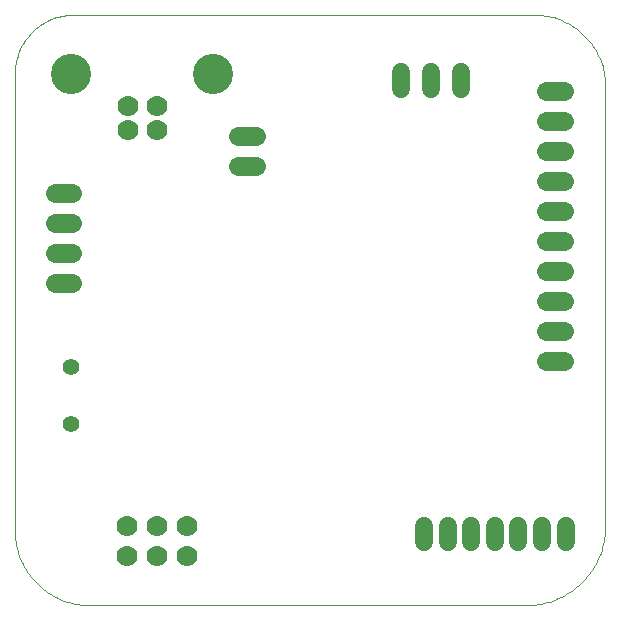
<source format=gbs>
G75*
%MOIN*%
%OFA0B0*%
%FSLAX24Y24*%
%IPPOS*%
%LPD*%
%AMOC8*
5,1,8,0,0,1.08239X$1,22.5*
%
%ADD10C,0.0000*%
%ADD11C,0.0594*%
%ADD12C,0.0700*%
%ADD13C,0.1340*%
%ADD14C,0.0634*%
%ADD15C,0.0555*%
%ADD16C,0.0600*%
D10*
X002680Y000180D02*
X017215Y000180D01*
X017317Y000182D01*
X017418Y000188D01*
X017519Y000197D01*
X017620Y000211D01*
X017720Y000228D01*
X017819Y000250D01*
X017917Y000275D01*
X018015Y000303D01*
X018111Y000336D01*
X018206Y000372D01*
X018299Y000412D01*
X018391Y000455D01*
X018481Y000502D01*
X018569Y000552D01*
X018655Y000606D01*
X018740Y000662D01*
X018821Y000722D01*
X018901Y000786D01*
X018978Y000852D01*
X019053Y000921D01*
X019124Y000992D01*
X019193Y001067D01*
X019259Y001144D01*
X019323Y001224D01*
X019383Y001305D01*
X019439Y001390D01*
X019493Y001476D01*
X019543Y001564D01*
X019590Y001654D01*
X019633Y001746D01*
X019673Y001839D01*
X019709Y001934D01*
X019742Y002030D01*
X019770Y002128D01*
X019795Y002226D01*
X019817Y002325D01*
X019834Y002425D01*
X019848Y002526D01*
X019857Y002627D01*
X019863Y002728D01*
X019865Y002830D01*
X019865Y017482D01*
X019863Y017578D01*
X019857Y017674D01*
X019848Y017769D01*
X019834Y017864D01*
X019817Y017959D01*
X019796Y018052D01*
X019771Y018145D01*
X019742Y018237D01*
X019710Y018327D01*
X019674Y018416D01*
X019635Y018504D01*
X019592Y018589D01*
X019546Y018674D01*
X019496Y018756D01*
X019443Y018836D01*
X019387Y018914D01*
X019328Y018989D01*
X019266Y019062D01*
X019201Y019133D01*
X019133Y019201D01*
X019062Y019266D01*
X018989Y019328D01*
X018914Y019387D01*
X018836Y019443D01*
X018756Y019496D01*
X018674Y019546D01*
X018589Y019592D01*
X018504Y019635D01*
X018416Y019674D01*
X018327Y019710D01*
X018237Y019742D01*
X018145Y019771D01*
X018052Y019796D01*
X017959Y019817D01*
X017864Y019834D01*
X017769Y019848D01*
X017674Y019857D01*
X017578Y019863D01*
X017482Y019865D01*
X002149Y019865D01*
X002149Y019866D02*
X002063Y019864D01*
X001977Y019859D01*
X001892Y019849D01*
X001807Y019836D01*
X001723Y019819D01*
X001639Y019799D01*
X001557Y019775D01*
X001476Y019747D01*
X001395Y019716D01*
X001317Y019682D01*
X001240Y019644D01*
X001165Y019602D01*
X001091Y019558D01*
X001020Y019510D01*
X000950Y019459D01*
X000883Y019405D01*
X000819Y019349D01*
X000757Y019289D01*
X000697Y019227D01*
X000641Y019163D01*
X000587Y019096D01*
X000536Y019026D01*
X000488Y018955D01*
X000444Y018882D01*
X000402Y018806D01*
X000364Y018729D01*
X000330Y018651D01*
X000299Y018570D01*
X000271Y018489D01*
X000247Y018407D01*
X000227Y018323D01*
X000210Y018239D01*
X000197Y018154D01*
X000187Y018069D01*
X000182Y017983D01*
X000180Y017897D01*
X000180Y002680D01*
X000182Y002582D01*
X000188Y002484D01*
X000197Y002386D01*
X000211Y002289D01*
X000228Y002192D01*
X000249Y002096D01*
X000274Y002001D01*
X000302Y001907D01*
X000335Y001815D01*
X000370Y001723D01*
X000410Y001633D01*
X000452Y001545D01*
X000499Y001458D01*
X000548Y001374D01*
X000601Y001291D01*
X000657Y001211D01*
X000717Y001132D01*
X000779Y001056D01*
X000844Y000983D01*
X000912Y000912D01*
X000983Y000844D01*
X001056Y000779D01*
X001132Y000717D01*
X001211Y000657D01*
X001291Y000601D01*
X001374Y000548D01*
X001458Y000499D01*
X001545Y000452D01*
X001633Y000410D01*
X001723Y000370D01*
X001815Y000335D01*
X001907Y000302D01*
X002001Y000274D01*
X002096Y000249D01*
X002192Y000228D01*
X002289Y000211D01*
X002386Y000197D01*
X002484Y000188D01*
X002582Y000182D01*
X002680Y000180D01*
D11*
X013818Y002278D02*
X013818Y002832D01*
X014605Y002832D02*
X014605Y002278D01*
X015393Y002278D02*
X015393Y002832D01*
X016180Y002832D02*
X016180Y002278D01*
X016967Y002278D02*
X016967Y002832D01*
X017755Y002832D02*
X017755Y002278D01*
X018542Y002278D02*
X018542Y002832D01*
D12*
X005930Y002805D03*
X005930Y001805D03*
X004930Y001805D03*
X004930Y002805D03*
X003930Y002805D03*
X003930Y001805D03*
X003938Y016025D03*
X003938Y016805D03*
X004922Y016805D03*
X004922Y016025D03*
D13*
X006800Y017875D03*
X002060Y017875D03*
D14*
X002102Y013930D02*
X001508Y013930D01*
X001508Y012930D02*
X002102Y012930D01*
X002102Y011930D02*
X001508Y011930D01*
X001508Y010930D02*
X002102Y010930D01*
X007633Y014805D02*
X008227Y014805D01*
X008227Y015805D02*
X007633Y015805D01*
X017883Y015305D02*
X018477Y015305D01*
X018477Y014305D02*
X017883Y014305D01*
X017883Y013305D02*
X018477Y013305D01*
X018477Y012305D02*
X017883Y012305D01*
X017883Y011305D02*
X018477Y011305D01*
X018477Y010305D02*
X017883Y010305D01*
X017883Y009305D02*
X018477Y009305D01*
X018477Y008305D02*
X017883Y008305D01*
X017883Y016305D02*
X018477Y016305D01*
X018477Y017305D02*
X017883Y017305D01*
D15*
X002055Y008130D03*
X002055Y006230D03*
D16*
X013055Y017400D02*
X013055Y017960D01*
X014055Y017960D02*
X014055Y017400D01*
X015055Y017400D02*
X015055Y017960D01*
M02*

</source>
